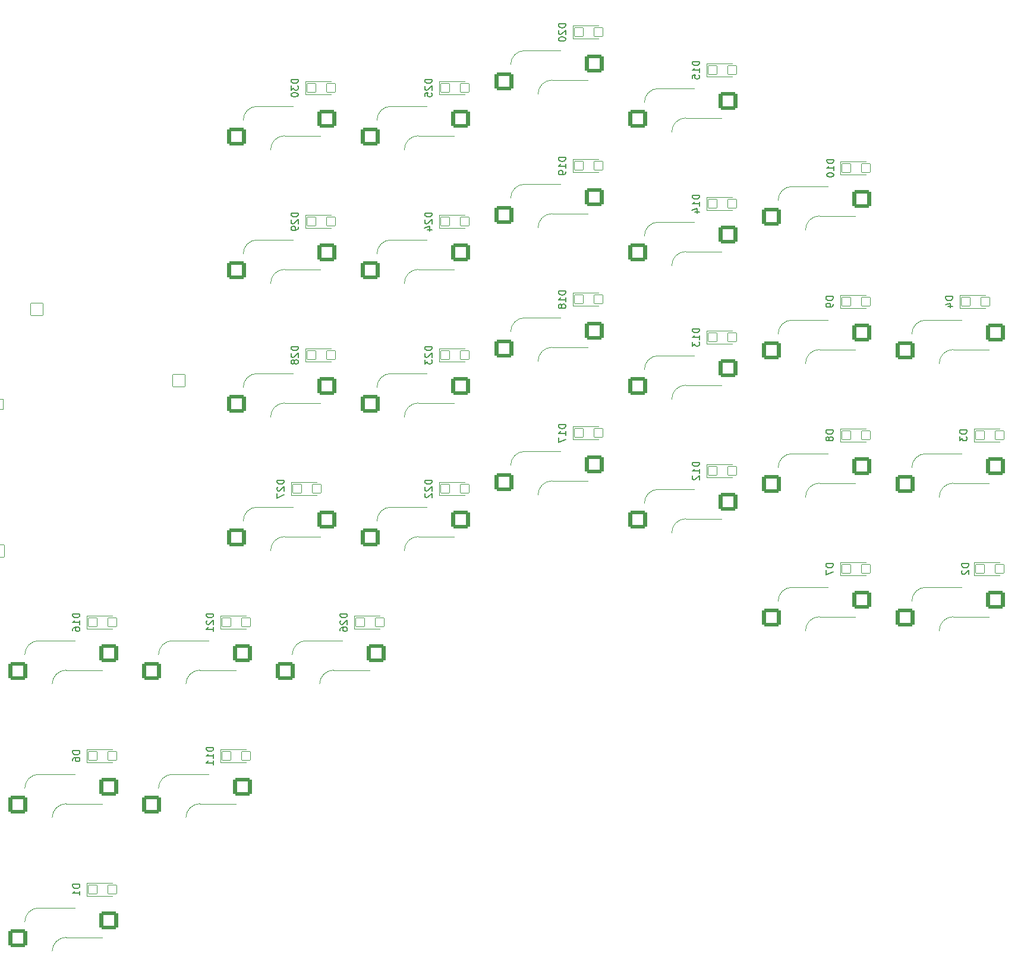
<source format=gbo>
G04 #@! TF.GenerationSoftware,KiCad,Pcbnew,8.0.6-8.0.6-0~ubuntu24.04.1*
G04 #@! TF.CreationDate,2025-02-09T13:24:36-05:00*
G04 #@! TF.ProjectId,keybird_right,6b657962-6972-4645-9f72-696768742e6b,rev?*
G04 #@! TF.SameCoordinates,Original*
G04 #@! TF.FileFunction,Legend,Bot*
G04 #@! TF.FilePolarity,Positive*
%FSLAX46Y46*%
G04 Gerber Fmt 4.6, Leading zero omitted, Abs format (unit mm)*
G04 Created by KiCad (PCBNEW 8.0.6-8.0.6-0~ubuntu24.04.1) date 2025-02-09 13:24:36*
%MOMM*%
%LPD*%
G01*
G04 APERTURE LIST*
G04 Aperture macros list*
%AMRoundRect*
0 Rectangle with rounded corners*
0 $1 Rounding radius*
0 $2 $3 $4 $5 $6 $7 $8 $9 X,Y pos of 4 corners*
0 Add a 4 corners polygon primitive as box body*
4,1,4,$2,$3,$4,$5,$6,$7,$8,$9,$2,$3,0*
0 Add four circle primitives for the rounded corners*
1,1,$1+$1,$2,$3*
1,1,$1+$1,$4,$5*
1,1,$1+$1,$6,$7*
1,1,$1+$1,$8,$9*
0 Add four rect primitives between the rounded corners*
20,1,$1+$1,$2,$3,$4,$5,0*
20,1,$1+$1,$4,$5,$6,$7,0*
20,1,$1+$1,$6,$7,$8,$9,0*
20,1,$1+$1,$8,$9,$2,$3,0*%
G04 Aperture macros list end*
%ADD10C,0.150000*%
%ADD11C,0.120000*%
%ADD12RoundRect,0.038000X-0.850000X-0.850000X0.850000X-0.850000X0.850000X0.850000X-0.850000X0.850000X0*%
%ADD13O,1.776000X1.776000*%
%ADD14C,1.826000*%
%ADD15C,3.126000*%
%ADD16C,4.076000*%
%ADD17RoundRect,0.257600X-1.055400X-1.030400X1.055400X-1.030400X1.055400X1.030400X-1.055400X1.030400X0*%
%ADD18RoundRect,0.038000X-0.600000X-0.600000X0.600000X-0.600000X0.600000X0.600000X-0.600000X0.600000X0*%
%ADD19C,2.576000*%
%ADD20RoundRect,0.038000X0.750000X-0.750000X0.750000X0.750000X-0.750000X0.750000X-0.750000X-0.750000X0*%
%ADD21C,1.676000*%
%ADD22RoundRect,0.038000X0.850000X0.850000X-0.850000X0.850000X-0.850000X-0.850000X0.850000X-0.850000X0*%
G04 APERTURE END LIST*
D10*
X222447972Y-111649073D02*
X221447972Y-111649073D01*
X221447972Y-111649073D02*
X221447972Y-111887168D01*
X221447972Y-111887168D02*
X221495591Y-112030025D01*
X221495591Y-112030025D02*
X221590829Y-112125263D01*
X221590829Y-112125263D02*
X221686067Y-112172882D01*
X221686067Y-112172882D02*
X221876543Y-112220501D01*
X221876543Y-112220501D02*
X222019400Y-112220501D01*
X222019400Y-112220501D02*
X222209876Y-112172882D01*
X222209876Y-112172882D02*
X222305114Y-112125263D01*
X222305114Y-112125263D02*
X222400353Y-112030025D01*
X222400353Y-112030025D02*
X222447972Y-111887168D01*
X222447972Y-111887168D02*
X222447972Y-111649073D01*
X221447972Y-112553835D02*
X221447972Y-113220501D01*
X221447972Y-113220501D02*
X222447972Y-112791930D01*
X184347972Y-53705382D02*
X183347972Y-53705382D01*
X183347972Y-53705382D02*
X183347972Y-53943477D01*
X183347972Y-53943477D02*
X183395591Y-54086334D01*
X183395591Y-54086334D02*
X183490829Y-54181572D01*
X183490829Y-54181572D02*
X183586067Y-54229191D01*
X183586067Y-54229191D02*
X183776543Y-54276810D01*
X183776543Y-54276810D02*
X183919400Y-54276810D01*
X183919400Y-54276810D02*
X184109876Y-54229191D01*
X184109876Y-54229191D02*
X184205114Y-54181572D01*
X184205114Y-54181572D02*
X184300353Y-54086334D01*
X184300353Y-54086334D02*
X184347972Y-53943477D01*
X184347972Y-53943477D02*
X184347972Y-53705382D01*
X184347972Y-55229191D02*
X184347972Y-54657763D01*
X184347972Y-54943477D02*
X183347972Y-54943477D01*
X183347972Y-54943477D02*
X183490829Y-54848239D01*
X183490829Y-54848239D02*
X183586067Y-54753001D01*
X183586067Y-54753001D02*
X183633686Y-54657763D01*
X184347972Y-55705382D02*
X184347972Y-55895858D01*
X184347972Y-55895858D02*
X184300353Y-55991096D01*
X184300353Y-55991096D02*
X184252733Y-56038715D01*
X184252733Y-56038715D02*
X184109876Y-56133953D01*
X184109876Y-56133953D02*
X183919400Y-56181572D01*
X183919400Y-56181572D02*
X183538448Y-56181572D01*
X183538448Y-56181572D02*
X183443210Y-56133953D01*
X183443210Y-56133953D02*
X183395591Y-56086334D01*
X183395591Y-56086334D02*
X183347972Y-55991096D01*
X183347972Y-55991096D02*
X183347972Y-55800620D01*
X183347972Y-55800620D02*
X183395591Y-55705382D01*
X183395591Y-55705382D02*
X183443210Y-55657763D01*
X183443210Y-55657763D02*
X183538448Y-55610144D01*
X183538448Y-55610144D02*
X183776543Y-55610144D01*
X183776543Y-55610144D02*
X183871781Y-55657763D01*
X183871781Y-55657763D02*
X183919400Y-55705382D01*
X183919400Y-55705382D02*
X183967019Y-55800620D01*
X183967019Y-55800620D02*
X183967019Y-55991096D01*
X183967019Y-55991096D02*
X183919400Y-56086334D01*
X183919400Y-56086334D02*
X183871781Y-56133953D01*
X183871781Y-56133953D02*
X183776543Y-56181572D01*
X203397972Y-40052882D02*
X202397972Y-40052882D01*
X202397972Y-40052882D02*
X202397972Y-40290977D01*
X202397972Y-40290977D02*
X202445591Y-40433834D01*
X202445591Y-40433834D02*
X202540829Y-40529072D01*
X202540829Y-40529072D02*
X202636067Y-40576691D01*
X202636067Y-40576691D02*
X202826543Y-40624310D01*
X202826543Y-40624310D02*
X202969400Y-40624310D01*
X202969400Y-40624310D02*
X203159876Y-40576691D01*
X203159876Y-40576691D02*
X203255114Y-40529072D01*
X203255114Y-40529072D02*
X203350353Y-40433834D01*
X203350353Y-40433834D02*
X203397972Y-40290977D01*
X203397972Y-40290977D02*
X203397972Y-40052882D01*
X203397972Y-41576691D02*
X203397972Y-41005263D01*
X203397972Y-41290977D02*
X202397972Y-41290977D01*
X202397972Y-41290977D02*
X202540829Y-41195739D01*
X202540829Y-41195739D02*
X202636067Y-41100501D01*
X202636067Y-41100501D02*
X202683686Y-41005263D01*
X202397972Y-42481453D02*
X202397972Y-42005263D01*
X202397972Y-42005263D02*
X202874162Y-41957644D01*
X202874162Y-41957644D02*
X202826543Y-42005263D01*
X202826543Y-42005263D02*
X202778924Y-42100501D01*
X202778924Y-42100501D02*
X202778924Y-42338596D01*
X202778924Y-42338596D02*
X202826543Y-42433834D01*
X202826543Y-42433834D02*
X202874162Y-42481453D01*
X202874162Y-42481453D02*
X202969400Y-42529072D01*
X202969400Y-42529072D02*
X203207495Y-42529072D01*
X203207495Y-42529072D02*
X203302733Y-42481453D01*
X203302733Y-42481453D02*
X203350353Y-42433834D01*
X203350353Y-42433834D02*
X203397972Y-42338596D01*
X203397972Y-42338596D02*
X203397972Y-42100501D01*
X203397972Y-42100501D02*
X203350353Y-42005263D01*
X203350353Y-42005263D02*
X203302733Y-41957644D01*
X184347972Y-91805382D02*
X183347972Y-91805382D01*
X183347972Y-91805382D02*
X183347972Y-92043477D01*
X183347972Y-92043477D02*
X183395591Y-92186334D01*
X183395591Y-92186334D02*
X183490829Y-92281572D01*
X183490829Y-92281572D02*
X183586067Y-92329191D01*
X183586067Y-92329191D02*
X183776543Y-92376810D01*
X183776543Y-92376810D02*
X183919400Y-92376810D01*
X183919400Y-92376810D02*
X184109876Y-92329191D01*
X184109876Y-92329191D02*
X184205114Y-92281572D01*
X184205114Y-92281572D02*
X184300353Y-92186334D01*
X184300353Y-92186334D02*
X184347972Y-92043477D01*
X184347972Y-92043477D02*
X184347972Y-91805382D01*
X184347972Y-93329191D02*
X184347972Y-92757763D01*
X184347972Y-93043477D02*
X183347972Y-93043477D01*
X183347972Y-93043477D02*
X183490829Y-92948239D01*
X183490829Y-92948239D02*
X183586067Y-92853001D01*
X183586067Y-92853001D02*
X183633686Y-92757763D01*
X183347972Y-93662525D02*
X183347972Y-94329191D01*
X183347972Y-94329191D02*
X184347972Y-93900620D01*
X165297972Y-61642882D02*
X164297972Y-61642882D01*
X164297972Y-61642882D02*
X164297972Y-61880977D01*
X164297972Y-61880977D02*
X164345591Y-62023834D01*
X164345591Y-62023834D02*
X164440829Y-62119072D01*
X164440829Y-62119072D02*
X164536067Y-62166691D01*
X164536067Y-62166691D02*
X164726543Y-62214310D01*
X164726543Y-62214310D02*
X164869400Y-62214310D01*
X164869400Y-62214310D02*
X165059876Y-62166691D01*
X165059876Y-62166691D02*
X165155114Y-62119072D01*
X165155114Y-62119072D02*
X165250353Y-62023834D01*
X165250353Y-62023834D02*
X165297972Y-61880977D01*
X165297972Y-61880977D02*
X165297972Y-61642882D01*
X164393210Y-62595263D02*
X164345591Y-62642882D01*
X164345591Y-62642882D02*
X164297972Y-62738120D01*
X164297972Y-62738120D02*
X164297972Y-62976215D01*
X164297972Y-62976215D02*
X164345591Y-63071453D01*
X164345591Y-63071453D02*
X164393210Y-63119072D01*
X164393210Y-63119072D02*
X164488448Y-63166691D01*
X164488448Y-63166691D02*
X164583686Y-63166691D01*
X164583686Y-63166691D02*
X164726543Y-63119072D01*
X164726543Y-63119072D02*
X165297972Y-62547644D01*
X165297972Y-62547644D02*
X165297972Y-63166691D01*
X164631305Y-64023834D02*
X165297972Y-64023834D01*
X164250353Y-63785739D02*
X164964638Y-63547644D01*
X164964638Y-63547644D02*
X164964638Y-64166691D01*
X165297922Y-42592882D02*
X164297922Y-42592882D01*
X164297922Y-42592882D02*
X164297922Y-42830977D01*
X164297922Y-42830977D02*
X164345541Y-42973834D01*
X164345541Y-42973834D02*
X164440779Y-43069072D01*
X164440779Y-43069072D02*
X164536017Y-43116691D01*
X164536017Y-43116691D02*
X164726493Y-43164310D01*
X164726493Y-43164310D02*
X164869350Y-43164310D01*
X164869350Y-43164310D02*
X165059826Y-43116691D01*
X165059826Y-43116691D02*
X165155064Y-43069072D01*
X165155064Y-43069072D02*
X165250303Y-42973834D01*
X165250303Y-42973834D02*
X165297922Y-42830977D01*
X165297922Y-42830977D02*
X165297922Y-42592882D01*
X164393160Y-43545263D02*
X164345541Y-43592882D01*
X164345541Y-43592882D02*
X164297922Y-43688120D01*
X164297922Y-43688120D02*
X164297922Y-43926215D01*
X164297922Y-43926215D02*
X164345541Y-44021453D01*
X164345541Y-44021453D02*
X164393160Y-44069072D01*
X164393160Y-44069072D02*
X164488398Y-44116691D01*
X164488398Y-44116691D02*
X164583636Y-44116691D01*
X164583636Y-44116691D02*
X164726493Y-44069072D01*
X164726493Y-44069072D02*
X165297922Y-43497644D01*
X165297922Y-43497644D02*
X165297922Y-44116691D01*
X164297922Y-45021453D02*
X164297922Y-44545263D01*
X164297922Y-44545263D02*
X164774112Y-44497644D01*
X164774112Y-44497644D02*
X164726493Y-44545263D01*
X164726493Y-44545263D02*
X164678874Y-44640501D01*
X164678874Y-44640501D02*
X164678874Y-44878596D01*
X164678874Y-44878596D02*
X164726493Y-44973834D01*
X164726493Y-44973834D02*
X164774112Y-45021453D01*
X164774112Y-45021453D02*
X164869350Y-45069072D01*
X164869350Y-45069072D02*
X165107445Y-45069072D01*
X165107445Y-45069072D02*
X165202683Y-45021453D01*
X165202683Y-45021453D02*
X165250303Y-44973834D01*
X165250303Y-44973834D02*
X165297922Y-44878596D01*
X165297922Y-44878596D02*
X165297922Y-44640501D01*
X165297922Y-44640501D02*
X165250303Y-44545263D01*
X165250303Y-44545263D02*
X165202683Y-44497644D01*
X222447972Y-73549073D02*
X221447972Y-73549073D01*
X221447972Y-73549073D02*
X221447972Y-73787168D01*
X221447972Y-73787168D02*
X221495591Y-73930025D01*
X221495591Y-73930025D02*
X221590829Y-74025263D01*
X221590829Y-74025263D02*
X221686067Y-74072882D01*
X221686067Y-74072882D02*
X221876543Y-74120501D01*
X221876543Y-74120501D02*
X222019400Y-74120501D01*
X222019400Y-74120501D02*
X222209876Y-74072882D01*
X222209876Y-74072882D02*
X222305114Y-74025263D01*
X222305114Y-74025263D02*
X222400353Y-73930025D01*
X222400353Y-73930025D02*
X222447972Y-73787168D01*
X222447972Y-73787168D02*
X222447972Y-73549073D01*
X222447972Y-74596692D02*
X222447972Y-74787168D01*
X222447972Y-74787168D02*
X222400353Y-74882406D01*
X222400353Y-74882406D02*
X222352733Y-74930025D01*
X222352733Y-74930025D02*
X222209876Y-75025263D01*
X222209876Y-75025263D02*
X222019400Y-75072882D01*
X222019400Y-75072882D02*
X221638448Y-75072882D01*
X221638448Y-75072882D02*
X221543210Y-75025263D01*
X221543210Y-75025263D02*
X221495591Y-74977644D01*
X221495591Y-74977644D02*
X221447972Y-74882406D01*
X221447972Y-74882406D02*
X221447972Y-74691930D01*
X221447972Y-74691930D02*
X221495591Y-74596692D01*
X221495591Y-74596692D02*
X221543210Y-74549073D01*
X221543210Y-74549073D02*
X221638448Y-74501454D01*
X221638448Y-74501454D02*
X221876543Y-74501454D01*
X221876543Y-74501454D02*
X221971781Y-74549073D01*
X221971781Y-74549073D02*
X222019400Y-74596692D01*
X222019400Y-74596692D02*
X222067019Y-74691930D01*
X222067019Y-74691930D02*
X222067019Y-74882406D01*
X222067019Y-74882406D02*
X222019400Y-74977644D01*
X222019400Y-74977644D02*
X221971781Y-75025263D01*
X221971781Y-75025263D02*
X221876543Y-75072882D01*
X222554762Y-54013218D02*
X221554762Y-54013218D01*
X221554762Y-54013218D02*
X221554762Y-54251313D01*
X221554762Y-54251313D02*
X221602381Y-54394170D01*
X221602381Y-54394170D02*
X221697619Y-54489408D01*
X221697619Y-54489408D02*
X221792857Y-54537027D01*
X221792857Y-54537027D02*
X221983333Y-54584646D01*
X221983333Y-54584646D02*
X222126190Y-54584646D01*
X222126190Y-54584646D02*
X222316666Y-54537027D01*
X222316666Y-54537027D02*
X222411904Y-54489408D01*
X222411904Y-54489408D02*
X222507143Y-54394170D01*
X222507143Y-54394170D02*
X222554762Y-54251313D01*
X222554762Y-54251313D02*
X222554762Y-54013218D01*
X222554762Y-55537027D02*
X222554762Y-54965599D01*
X222554762Y-55251313D02*
X221554762Y-55251313D01*
X221554762Y-55251313D02*
X221697619Y-55156075D01*
X221697619Y-55156075D02*
X221792857Y-55060837D01*
X221792857Y-55060837D02*
X221840476Y-54965599D01*
X221554762Y-56156075D02*
X221554762Y-56251313D01*
X221554762Y-56251313D02*
X221602381Y-56346551D01*
X221602381Y-56346551D02*
X221650000Y-56394170D01*
X221650000Y-56394170D02*
X221745238Y-56441789D01*
X221745238Y-56441789D02*
X221935714Y-56489408D01*
X221935714Y-56489408D02*
X222173809Y-56489408D01*
X222173809Y-56489408D02*
X222364285Y-56441789D01*
X222364285Y-56441789D02*
X222459523Y-56394170D01*
X222459523Y-56394170D02*
X222507143Y-56346551D01*
X222507143Y-56346551D02*
X222554762Y-56251313D01*
X222554762Y-56251313D02*
X222554762Y-56156075D01*
X222554762Y-56156075D02*
X222507143Y-56060837D01*
X222507143Y-56060837D02*
X222459523Y-56013218D01*
X222459523Y-56013218D02*
X222364285Y-55965599D01*
X222364285Y-55965599D02*
X222173809Y-55917980D01*
X222173809Y-55917980D02*
X221935714Y-55917980D01*
X221935714Y-55917980D02*
X221745238Y-55965599D01*
X221745238Y-55965599D02*
X221650000Y-56013218D01*
X221650000Y-56013218D02*
X221602381Y-56060837D01*
X221602381Y-56060837D02*
X221554762Y-56156075D01*
X203397972Y-97202882D02*
X202397972Y-97202882D01*
X202397972Y-97202882D02*
X202397972Y-97440977D01*
X202397972Y-97440977D02*
X202445591Y-97583834D01*
X202445591Y-97583834D02*
X202540829Y-97679072D01*
X202540829Y-97679072D02*
X202636067Y-97726691D01*
X202636067Y-97726691D02*
X202826543Y-97774310D01*
X202826543Y-97774310D02*
X202969400Y-97774310D01*
X202969400Y-97774310D02*
X203159876Y-97726691D01*
X203159876Y-97726691D02*
X203255114Y-97679072D01*
X203255114Y-97679072D02*
X203350353Y-97583834D01*
X203350353Y-97583834D02*
X203397972Y-97440977D01*
X203397972Y-97440977D02*
X203397972Y-97202882D01*
X203397972Y-98726691D02*
X203397972Y-98155263D01*
X203397972Y-98440977D02*
X202397972Y-98440977D01*
X202397972Y-98440977D02*
X202540829Y-98345739D01*
X202540829Y-98345739D02*
X202636067Y-98250501D01*
X202636067Y-98250501D02*
X202683686Y-98155263D01*
X202493210Y-99107644D02*
X202445591Y-99155263D01*
X202445591Y-99155263D02*
X202397972Y-99250501D01*
X202397972Y-99250501D02*
X202397972Y-99488596D01*
X202397972Y-99488596D02*
X202445591Y-99583834D01*
X202445591Y-99583834D02*
X202493210Y-99631453D01*
X202493210Y-99631453D02*
X202588448Y-99679072D01*
X202588448Y-99679072D02*
X202683686Y-99679072D01*
X202683686Y-99679072D02*
X202826543Y-99631453D01*
X202826543Y-99631453D02*
X203397972Y-99060025D01*
X203397972Y-99060025D02*
X203397972Y-99679072D01*
X241497972Y-92599073D02*
X240497972Y-92599073D01*
X240497972Y-92599073D02*
X240497972Y-92837168D01*
X240497972Y-92837168D02*
X240545591Y-92980025D01*
X240545591Y-92980025D02*
X240640829Y-93075263D01*
X240640829Y-93075263D02*
X240736067Y-93122882D01*
X240736067Y-93122882D02*
X240926543Y-93170501D01*
X240926543Y-93170501D02*
X241069400Y-93170501D01*
X241069400Y-93170501D02*
X241259876Y-93122882D01*
X241259876Y-93122882D02*
X241355114Y-93075263D01*
X241355114Y-93075263D02*
X241450353Y-92980025D01*
X241450353Y-92980025D02*
X241497972Y-92837168D01*
X241497972Y-92837168D02*
X241497972Y-92599073D01*
X240497972Y-93503835D02*
X240497972Y-94122882D01*
X240497972Y-94122882D02*
X240878924Y-93789549D01*
X240878924Y-93789549D02*
X240878924Y-93932406D01*
X240878924Y-93932406D02*
X240926543Y-94027644D01*
X240926543Y-94027644D02*
X240974162Y-94075263D01*
X240974162Y-94075263D02*
X241069400Y-94122882D01*
X241069400Y-94122882D02*
X241307495Y-94122882D01*
X241307495Y-94122882D02*
X241402733Y-94075263D01*
X241402733Y-94075263D02*
X241450353Y-94027644D01*
X241450353Y-94027644D02*
X241497972Y-93932406D01*
X241497972Y-93932406D02*
X241497972Y-93646692D01*
X241497972Y-93646692D02*
X241450353Y-93551454D01*
X241450353Y-93551454D02*
X241402733Y-93503835D01*
X115132972Y-118792882D02*
X114132972Y-118792882D01*
X114132972Y-118792882D02*
X114132972Y-119030977D01*
X114132972Y-119030977D02*
X114180591Y-119173834D01*
X114180591Y-119173834D02*
X114275829Y-119269072D01*
X114275829Y-119269072D02*
X114371067Y-119316691D01*
X114371067Y-119316691D02*
X114561543Y-119364310D01*
X114561543Y-119364310D02*
X114704400Y-119364310D01*
X114704400Y-119364310D02*
X114894876Y-119316691D01*
X114894876Y-119316691D02*
X114990114Y-119269072D01*
X114990114Y-119269072D02*
X115085353Y-119173834D01*
X115085353Y-119173834D02*
X115132972Y-119030977D01*
X115132972Y-119030977D02*
X115132972Y-118792882D01*
X115132972Y-120316691D02*
X115132972Y-119745263D01*
X115132972Y-120030977D02*
X114132972Y-120030977D01*
X114132972Y-120030977D02*
X114275829Y-119935739D01*
X114275829Y-119935739D02*
X114371067Y-119840501D01*
X114371067Y-119840501D02*
X114418686Y-119745263D01*
X114132972Y-121173834D02*
X114132972Y-120983358D01*
X114132972Y-120983358D02*
X114180591Y-120888120D01*
X114180591Y-120888120D02*
X114228210Y-120840501D01*
X114228210Y-120840501D02*
X114371067Y-120745263D01*
X114371067Y-120745263D02*
X114561543Y-120697644D01*
X114561543Y-120697644D02*
X114942495Y-120697644D01*
X114942495Y-120697644D02*
X115037733Y-120745263D01*
X115037733Y-120745263D02*
X115085353Y-120792882D01*
X115085353Y-120792882D02*
X115132972Y-120888120D01*
X115132972Y-120888120D02*
X115132972Y-121078596D01*
X115132972Y-121078596D02*
X115085353Y-121173834D01*
X115085353Y-121173834D02*
X115037733Y-121221453D01*
X115037733Y-121221453D02*
X114942495Y-121269072D01*
X114942495Y-121269072D02*
X114704400Y-121269072D01*
X114704400Y-121269072D02*
X114609162Y-121221453D01*
X114609162Y-121221453D02*
X114561543Y-121173834D01*
X114561543Y-121173834D02*
X114513924Y-121078596D01*
X114513924Y-121078596D02*
X114513924Y-120888120D01*
X114513924Y-120888120D02*
X114561543Y-120792882D01*
X114561543Y-120792882D02*
X114609162Y-120745263D01*
X114609162Y-120745263D02*
X114704400Y-120697644D01*
X144247972Y-99742882D02*
X143247972Y-99742882D01*
X143247972Y-99742882D02*
X143247972Y-99980977D01*
X143247972Y-99980977D02*
X143295591Y-100123834D01*
X143295591Y-100123834D02*
X143390829Y-100219072D01*
X143390829Y-100219072D02*
X143486067Y-100266691D01*
X143486067Y-100266691D02*
X143676543Y-100314310D01*
X143676543Y-100314310D02*
X143819400Y-100314310D01*
X143819400Y-100314310D02*
X144009876Y-100266691D01*
X144009876Y-100266691D02*
X144105114Y-100219072D01*
X144105114Y-100219072D02*
X144200353Y-100123834D01*
X144200353Y-100123834D02*
X144247972Y-99980977D01*
X144247972Y-99980977D02*
X144247972Y-99742882D01*
X143343210Y-100695263D02*
X143295591Y-100742882D01*
X143295591Y-100742882D02*
X143247972Y-100838120D01*
X143247972Y-100838120D02*
X143247972Y-101076215D01*
X143247972Y-101076215D02*
X143295591Y-101171453D01*
X143295591Y-101171453D02*
X143343210Y-101219072D01*
X143343210Y-101219072D02*
X143438448Y-101266691D01*
X143438448Y-101266691D02*
X143533686Y-101266691D01*
X143533686Y-101266691D02*
X143676543Y-101219072D01*
X143676543Y-101219072D02*
X144247972Y-100647644D01*
X144247972Y-100647644D02*
X144247972Y-101266691D01*
X143247972Y-101600025D02*
X143247972Y-102266691D01*
X143247972Y-102266691D02*
X144247972Y-101838120D01*
X203397972Y-78152882D02*
X202397972Y-78152882D01*
X202397972Y-78152882D02*
X202397972Y-78390977D01*
X202397972Y-78390977D02*
X202445591Y-78533834D01*
X202445591Y-78533834D02*
X202540829Y-78629072D01*
X202540829Y-78629072D02*
X202636067Y-78676691D01*
X202636067Y-78676691D02*
X202826543Y-78724310D01*
X202826543Y-78724310D02*
X202969400Y-78724310D01*
X202969400Y-78724310D02*
X203159876Y-78676691D01*
X203159876Y-78676691D02*
X203255114Y-78629072D01*
X203255114Y-78629072D02*
X203350353Y-78533834D01*
X203350353Y-78533834D02*
X203397972Y-78390977D01*
X203397972Y-78390977D02*
X203397972Y-78152882D01*
X203397972Y-79676691D02*
X203397972Y-79105263D01*
X203397972Y-79390977D02*
X202397972Y-79390977D01*
X202397972Y-79390977D02*
X202540829Y-79295739D01*
X202540829Y-79295739D02*
X202636067Y-79200501D01*
X202636067Y-79200501D02*
X202683686Y-79105263D01*
X202397972Y-80010025D02*
X202397972Y-80629072D01*
X202397972Y-80629072D02*
X202778924Y-80295739D01*
X202778924Y-80295739D02*
X202778924Y-80438596D01*
X202778924Y-80438596D02*
X202826543Y-80533834D01*
X202826543Y-80533834D02*
X202874162Y-80581453D01*
X202874162Y-80581453D02*
X202969400Y-80629072D01*
X202969400Y-80629072D02*
X203207495Y-80629072D01*
X203207495Y-80629072D02*
X203302733Y-80581453D01*
X203302733Y-80581453D02*
X203350353Y-80533834D01*
X203350353Y-80533834D02*
X203397972Y-80438596D01*
X203397972Y-80438596D02*
X203397972Y-80152882D01*
X203397972Y-80152882D02*
X203350353Y-80057644D01*
X203350353Y-80057644D02*
X203302733Y-80010025D01*
X146247972Y-61642882D02*
X145247972Y-61642882D01*
X145247972Y-61642882D02*
X145247972Y-61880977D01*
X145247972Y-61880977D02*
X145295591Y-62023834D01*
X145295591Y-62023834D02*
X145390829Y-62119072D01*
X145390829Y-62119072D02*
X145486067Y-62166691D01*
X145486067Y-62166691D02*
X145676543Y-62214310D01*
X145676543Y-62214310D02*
X145819400Y-62214310D01*
X145819400Y-62214310D02*
X146009876Y-62166691D01*
X146009876Y-62166691D02*
X146105114Y-62119072D01*
X146105114Y-62119072D02*
X146200353Y-62023834D01*
X146200353Y-62023834D02*
X146247972Y-61880977D01*
X146247972Y-61880977D02*
X146247972Y-61642882D01*
X145343210Y-62595263D02*
X145295591Y-62642882D01*
X145295591Y-62642882D02*
X145247972Y-62738120D01*
X145247972Y-62738120D02*
X145247972Y-62976215D01*
X145247972Y-62976215D02*
X145295591Y-63071453D01*
X145295591Y-63071453D02*
X145343210Y-63119072D01*
X145343210Y-63119072D02*
X145438448Y-63166691D01*
X145438448Y-63166691D02*
X145533686Y-63166691D01*
X145533686Y-63166691D02*
X145676543Y-63119072D01*
X145676543Y-63119072D02*
X146247972Y-62547644D01*
X146247972Y-62547644D02*
X146247972Y-63166691D01*
X146247972Y-63642882D02*
X146247972Y-63833358D01*
X146247972Y-63833358D02*
X146200353Y-63928596D01*
X146200353Y-63928596D02*
X146152733Y-63976215D01*
X146152733Y-63976215D02*
X146009876Y-64071453D01*
X146009876Y-64071453D02*
X145819400Y-64119072D01*
X145819400Y-64119072D02*
X145438448Y-64119072D01*
X145438448Y-64119072D02*
X145343210Y-64071453D01*
X145343210Y-64071453D02*
X145295591Y-64023834D01*
X145295591Y-64023834D02*
X145247972Y-63928596D01*
X145247972Y-63928596D02*
X145247972Y-63738120D01*
X145247972Y-63738120D02*
X145295591Y-63642882D01*
X145295591Y-63642882D02*
X145343210Y-63595263D01*
X145343210Y-63595263D02*
X145438448Y-63547644D01*
X145438448Y-63547644D02*
X145676543Y-63547644D01*
X145676543Y-63547644D02*
X145771781Y-63595263D01*
X145771781Y-63595263D02*
X145819400Y-63642882D01*
X145819400Y-63642882D02*
X145867019Y-63738120D01*
X145867019Y-63738120D02*
X145867019Y-63928596D01*
X145867019Y-63928596D02*
X145819400Y-64023834D01*
X145819400Y-64023834D02*
X145771781Y-64071453D01*
X145771781Y-64071453D02*
X145676543Y-64119072D01*
X184347972Y-34655382D02*
X183347972Y-34655382D01*
X183347972Y-34655382D02*
X183347972Y-34893477D01*
X183347972Y-34893477D02*
X183395591Y-35036334D01*
X183395591Y-35036334D02*
X183490829Y-35131572D01*
X183490829Y-35131572D02*
X183586067Y-35179191D01*
X183586067Y-35179191D02*
X183776543Y-35226810D01*
X183776543Y-35226810D02*
X183919400Y-35226810D01*
X183919400Y-35226810D02*
X184109876Y-35179191D01*
X184109876Y-35179191D02*
X184205114Y-35131572D01*
X184205114Y-35131572D02*
X184300353Y-35036334D01*
X184300353Y-35036334D02*
X184347972Y-34893477D01*
X184347972Y-34893477D02*
X184347972Y-34655382D01*
X183443210Y-35607763D02*
X183395591Y-35655382D01*
X183395591Y-35655382D02*
X183347972Y-35750620D01*
X183347972Y-35750620D02*
X183347972Y-35988715D01*
X183347972Y-35988715D02*
X183395591Y-36083953D01*
X183395591Y-36083953D02*
X183443210Y-36131572D01*
X183443210Y-36131572D02*
X183538448Y-36179191D01*
X183538448Y-36179191D02*
X183633686Y-36179191D01*
X183633686Y-36179191D02*
X183776543Y-36131572D01*
X183776543Y-36131572D02*
X184347972Y-35560144D01*
X184347972Y-35560144D02*
X184347972Y-36179191D01*
X183347972Y-36798239D02*
X183347972Y-36893477D01*
X183347972Y-36893477D02*
X183395591Y-36988715D01*
X183395591Y-36988715D02*
X183443210Y-37036334D01*
X183443210Y-37036334D02*
X183538448Y-37083953D01*
X183538448Y-37083953D02*
X183728924Y-37131572D01*
X183728924Y-37131572D02*
X183967019Y-37131572D01*
X183967019Y-37131572D02*
X184157495Y-37083953D01*
X184157495Y-37083953D02*
X184252733Y-37036334D01*
X184252733Y-37036334D02*
X184300353Y-36988715D01*
X184300353Y-36988715D02*
X184347972Y-36893477D01*
X184347972Y-36893477D02*
X184347972Y-36798239D01*
X184347972Y-36798239D02*
X184300353Y-36703001D01*
X184300353Y-36703001D02*
X184252733Y-36655382D01*
X184252733Y-36655382D02*
X184157495Y-36607763D01*
X184157495Y-36607763D02*
X183967019Y-36560144D01*
X183967019Y-36560144D02*
X183728924Y-36560144D01*
X183728924Y-36560144D02*
X183538448Y-36607763D01*
X183538448Y-36607763D02*
X183443210Y-36655382D01*
X183443210Y-36655382D02*
X183395591Y-36703001D01*
X183395591Y-36703001D02*
X183347972Y-36798239D01*
X134182972Y-118792882D02*
X133182972Y-118792882D01*
X133182972Y-118792882D02*
X133182972Y-119030977D01*
X133182972Y-119030977D02*
X133230591Y-119173834D01*
X133230591Y-119173834D02*
X133325829Y-119269072D01*
X133325829Y-119269072D02*
X133421067Y-119316691D01*
X133421067Y-119316691D02*
X133611543Y-119364310D01*
X133611543Y-119364310D02*
X133754400Y-119364310D01*
X133754400Y-119364310D02*
X133944876Y-119316691D01*
X133944876Y-119316691D02*
X134040114Y-119269072D01*
X134040114Y-119269072D02*
X134135353Y-119173834D01*
X134135353Y-119173834D02*
X134182972Y-119030977D01*
X134182972Y-119030977D02*
X134182972Y-118792882D01*
X133278210Y-119745263D02*
X133230591Y-119792882D01*
X133230591Y-119792882D02*
X133182972Y-119888120D01*
X133182972Y-119888120D02*
X133182972Y-120126215D01*
X133182972Y-120126215D02*
X133230591Y-120221453D01*
X133230591Y-120221453D02*
X133278210Y-120269072D01*
X133278210Y-120269072D02*
X133373448Y-120316691D01*
X133373448Y-120316691D02*
X133468686Y-120316691D01*
X133468686Y-120316691D02*
X133611543Y-120269072D01*
X133611543Y-120269072D02*
X134182972Y-119697644D01*
X134182972Y-119697644D02*
X134182972Y-120316691D01*
X134182972Y-121269072D02*
X134182972Y-120697644D01*
X134182972Y-120983358D02*
X133182972Y-120983358D01*
X133182972Y-120983358D02*
X133325829Y-120888120D01*
X133325829Y-120888120D02*
X133421067Y-120792882D01*
X133421067Y-120792882D02*
X133468686Y-120697644D01*
X241770513Y-111651319D02*
X240770513Y-111651319D01*
X240770513Y-111651319D02*
X240770513Y-111889414D01*
X240770513Y-111889414D02*
X240818132Y-112032271D01*
X240818132Y-112032271D02*
X240913370Y-112127509D01*
X240913370Y-112127509D02*
X241008608Y-112175128D01*
X241008608Y-112175128D02*
X241199084Y-112222747D01*
X241199084Y-112222747D02*
X241341941Y-112222747D01*
X241341941Y-112222747D02*
X241532417Y-112175128D01*
X241532417Y-112175128D02*
X241627655Y-112127509D01*
X241627655Y-112127509D02*
X241722894Y-112032271D01*
X241722894Y-112032271D02*
X241770513Y-111889414D01*
X241770513Y-111889414D02*
X241770513Y-111651319D01*
X240865751Y-112603700D02*
X240818132Y-112651319D01*
X240818132Y-112651319D02*
X240770513Y-112746557D01*
X240770513Y-112746557D02*
X240770513Y-112984652D01*
X240770513Y-112984652D02*
X240818132Y-113079890D01*
X240818132Y-113079890D02*
X240865751Y-113127509D01*
X240865751Y-113127509D02*
X240960989Y-113175128D01*
X240960989Y-113175128D02*
X241056227Y-113175128D01*
X241056227Y-113175128D02*
X241199084Y-113127509D01*
X241199084Y-113127509D02*
X241770513Y-112556081D01*
X241770513Y-112556081D02*
X241770513Y-113175128D01*
X222447972Y-92599073D02*
X221447972Y-92599073D01*
X221447972Y-92599073D02*
X221447972Y-92837168D01*
X221447972Y-92837168D02*
X221495591Y-92980025D01*
X221495591Y-92980025D02*
X221590829Y-93075263D01*
X221590829Y-93075263D02*
X221686067Y-93122882D01*
X221686067Y-93122882D02*
X221876543Y-93170501D01*
X221876543Y-93170501D02*
X222019400Y-93170501D01*
X222019400Y-93170501D02*
X222209876Y-93122882D01*
X222209876Y-93122882D02*
X222305114Y-93075263D01*
X222305114Y-93075263D02*
X222400353Y-92980025D01*
X222400353Y-92980025D02*
X222447972Y-92837168D01*
X222447972Y-92837168D02*
X222447972Y-92599073D01*
X221876543Y-93741930D02*
X221828924Y-93646692D01*
X221828924Y-93646692D02*
X221781305Y-93599073D01*
X221781305Y-93599073D02*
X221686067Y-93551454D01*
X221686067Y-93551454D02*
X221638448Y-93551454D01*
X221638448Y-93551454D02*
X221543210Y-93599073D01*
X221543210Y-93599073D02*
X221495591Y-93646692D01*
X221495591Y-93646692D02*
X221447972Y-93741930D01*
X221447972Y-93741930D02*
X221447972Y-93932406D01*
X221447972Y-93932406D02*
X221495591Y-94027644D01*
X221495591Y-94027644D02*
X221543210Y-94075263D01*
X221543210Y-94075263D02*
X221638448Y-94122882D01*
X221638448Y-94122882D02*
X221686067Y-94122882D01*
X221686067Y-94122882D02*
X221781305Y-94075263D01*
X221781305Y-94075263D02*
X221828924Y-94027644D01*
X221828924Y-94027644D02*
X221876543Y-93932406D01*
X221876543Y-93932406D02*
X221876543Y-93741930D01*
X221876543Y-93741930D02*
X221924162Y-93646692D01*
X221924162Y-93646692D02*
X221971781Y-93599073D01*
X221971781Y-93599073D02*
X222067019Y-93551454D01*
X222067019Y-93551454D02*
X222257495Y-93551454D01*
X222257495Y-93551454D02*
X222352733Y-93599073D01*
X222352733Y-93599073D02*
X222400353Y-93646692D01*
X222400353Y-93646692D02*
X222447972Y-93741930D01*
X222447972Y-93741930D02*
X222447972Y-93932406D01*
X222447972Y-93932406D02*
X222400353Y-94027644D01*
X222400353Y-94027644D02*
X222352733Y-94075263D01*
X222352733Y-94075263D02*
X222257495Y-94122882D01*
X222257495Y-94122882D02*
X222067019Y-94122882D01*
X222067019Y-94122882D02*
X221971781Y-94075263D01*
X221971781Y-94075263D02*
X221924162Y-94027644D01*
X221924162Y-94027644D02*
X221876543Y-93932406D01*
X153232972Y-118792882D02*
X152232972Y-118792882D01*
X152232972Y-118792882D02*
X152232972Y-119030977D01*
X152232972Y-119030977D02*
X152280591Y-119173834D01*
X152280591Y-119173834D02*
X152375829Y-119269072D01*
X152375829Y-119269072D02*
X152471067Y-119316691D01*
X152471067Y-119316691D02*
X152661543Y-119364310D01*
X152661543Y-119364310D02*
X152804400Y-119364310D01*
X152804400Y-119364310D02*
X152994876Y-119316691D01*
X152994876Y-119316691D02*
X153090114Y-119269072D01*
X153090114Y-119269072D02*
X153185353Y-119173834D01*
X153185353Y-119173834D02*
X153232972Y-119030977D01*
X153232972Y-119030977D02*
X153232972Y-118792882D01*
X152328210Y-119745263D02*
X152280591Y-119792882D01*
X152280591Y-119792882D02*
X152232972Y-119888120D01*
X152232972Y-119888120D02*
X152232972Y-120126215D01*
X152232972Y-120126215D02*
X152280591Y-120221453D01*
X152280591Y-120221453D02*
X152328210Y-120269072D01*
X152328210Y-120269072D02*
X152423448Y-120316691D01*
X152423448Y-120316691D02*
X152518686Y-120316691D01*
X152518686Y-120316691D02*
X152661543Y-120269072D01*
X152661543Y-120269072D02*
X153232972Y-119697644D01*
X153232972Y-119697644D02*
X153232972Y-120316691D01*
X152232972Y-121173834D02*
X152232972Y-120983358D01*
X152232972Y-120983358D02*
X152280591Y-120888120D01*
X152280591Y-120888120D02*
X152328210Y-120840501D01*
X152328210Y-120840501D02*
X152471067Y-120745263D01*
X152471067Y-120745263D02*
X152661543Y-120697644D01*
X152661543Y-120697644D02*
X153042495Y-120697644D01*
X153042495Y-120697644D02*
X153137733Y-120745263D01*
X153137733Y-120745263D02*
X153185353Y-120792882D01*
X153185353Y-120792882D02*
X153232972Y-120888120D01*
X153232972Y-120888120D02*
X153232972Y-121078596D01*
X153232972Y-121078596D02*
X153185353Y-121173834D01*
X153185353Y-121173834D02*
X153137733Y-121221453D01*
X153137733Y-121221453D02*
X153042495Y-121269072D01*
X153042495Y-121269072D02*
X152804400Y-121269072D01*
X152804400Y-121269072D02*
X152709162Y-121221453D01*
X152709162Y-121221453D02*
X152661543Y-121173834D01*
X152661543Y-121173834D02*
X152613924Y-121078596D01*
X152613924Y-121078596D02*
X152613924Y-120888120D01*
X152613924Y-120888120D02*
X152661543Y-120792882D01*
X152661543Y-120792882D02*
X152709162Y-120745263D01*
X152709162Y-120745263D02*
X152804400Y-120697644D01*
X134182972Y-137842882D02*
X133182972Y-137842882D01*
X133182972Y-137842882D02*
X133182972Y-138080977D01*
X133182972Y-138080977D02*
X133230591Y-138223834D01*
X133230591Y-138223834D02*
X133325829Y-138319072D01*
X133325829Y-138319072D02*
X133421067Y-138366691D01*
X133421067Y-138366691D02*
X133611543Y-138414310D01*
X133611543Y-138414310D02*
X133754400Y-138414310D01*
X133754400Y-138414310D02*
X133944876Y-138366691D01*
X133944876Y-138366691D02*
X134040114Y-138319072D01*
X134040114Y-138319072D02*
X134135353Y-138223834D01*
X134135353Y-138223834D02*
X134182972Y-138080977D01*
X134182972Y-138080977D02*
X134182972Y-137842882D01*
X134182972Y-139366691D02*
X134182972Y-138795263D01*
X134182972Y-139080977D02*
X133182972Y-139080977D01*
X133182972Y-139080977D02*
X133325829Y-138985739D01*
X133325829Y-138985739D02*
X133421067Y-138890501D01*
X133421067Y-138890501D02*
X133468686Y-138795263D01*
X134182972Y-140319072D02*
X134182972Y-139747644D01*
X134182972Y-140033358D02*
X133182972Y-140033358D01*
X133182972Y-140033358D02*
X133325829Y-139938120D01*
X133325829Y-139938120D02*
X133421067Y-139842882D01*
X133421067Y-139842882D02*
X133468686Y-139747644D01*
X165297972Y-99742882D02*
X164297972Y-99742882D01*
X164297972Y-99742882D02*
X164297972Y-99980977D01*
X164297972Y-99980977D02*
X164345591Y-100123834D01*
X164345591Y-100123834D02*
X164440829Y-100219072D01*
X164440829Y-100219072D02*
X164536067Y-100266691D01*
X164536067Y-100266691D02*
X164726543Y-100314310D01*
X164726543Y-100314310D02*
X164869400Y-100314310D01*
X164869400Y-100314310D02*
X165059876Y-100266691D01*
X165059876Y-100266691D02*
X165155114Y-100219072D01*
X165155114Y-100219072D02*
X165250353Y-100123834D01*
X165250353Y-100123834D02*
X165297972Y-99980977D01*
X165297972Y-99980977D02*
X165297972Y-99742882D01*
X164393210Y-100695263D02*
X164345591Y-100742882D01*
X164345591Y-100742882D02*
X164297972Y-100838120D01*
X164297972Y-100838120D02*
X164297972Y-101076215D01*
X164297972Y-101076215D02*
X164345591Y-101171453D01*
X164345591Y-101171453D02*
X164393210Y-101219072D01*
X164393210Y-101219072D02*
X164488448Y-101266691D01*
X164488448Y-101266691D02*
X164583686Y-101266691D01*
X164583686Y-101266691D02*
X164726543Y-101219072D01*
X164726543Y-101219072D02*
X165297972Y-100647644D01*
X165297972Y-100647644D02*
X165297972Y-101266691D01*
X164393210Y-101647644D02*
X164345591Y-101695263D01*
X164345591Y-101695263D02*
X164297972Y-101790501D01*
X164297972Y-101790501D02*
X164297972Y-102028596D01*
X164297972Y-102028596D02*
X164345591Y-102123834D01*
X164345591Y-102123834D02*
X164393210Y-102171453D01*
X164393210Y-102171453D02*
X164488448Y-102219072D01*
X164488448Y-102219072D02*
X164583686Y-102219072D01*
X164583686Y-102219072D02*
X164726543Y-102171453D01*
X164726543Y-102171453D02*
X165297972Y-101600025D01*
X165297972Y-101600025D02*
X165297972Y-102219072D01*
X184347972Y-72755382D02*
X183347972Y-72755382D01*
X183347972Y-72755382D02*
X183347972Y-72993477D01*
X183347972Y-72993477D02*
X183395591Y-73136334D01*
X183395591Y-73136334D02*
X183490829Y-73231572D01*
X183490829Y-73231572D02*
X183586067Y-73279191D01*
X183586067Y-73279191D02*
X183776543Y-73326810D01*
X183776543Y-73326810D02*
X183919400Y-73326810D01*
X183919400Y-73326810D02*
X184109876Y-73279191D01*
X184109876Y-73279191D02*
X184205114Y-73231572D01*
X184205114Y-73231572D02*
X184300353Y-73136334D01*
X184300353Y-73136334D02*
X184347972Y-72993477D01*
X184347972Y-72993477D02*
X184347972Y-72755382D01*
X184347972Y-74279191D02*
X184347972Y-73707763D01*
X184347972Y-73993477D02*
X183347972Y-73993477D01*
X183347972Y-73993477D02*
X183490829Y-73898239D01*
X183490829Y-73898239D02*
X183586067Y-73803001D01*
X183586067Y-73803001D02*
X183633686Y-73707763D01*
X183776543Y-74850620D02*
X183728924Y-74755382D01*
X183728924Y-74755382D02*
X183681305Y-74707763D01*
X183681305Y-74707763D02*
X183586067Y-74660144D01*
X183586067Y-74660144D02*
X183538448Y-74660144D01*
X183538448Y-74660144D02*
X183443210Y-74707763D01*
X183443210Y-74707763D02*
X183395591Y-74755382D01*
X183395591Y-74755382D02*
X183347972Y-74850620D01*
X183347972Y-74850620D02*
X183347972Y-75041096D01*
X183347972Y-75041096D02*
X183395591Y-75136334D01*
X183395591Y-75136334D02*
X183443210Y-75183953D01*
X183443210Y-75183953D02*
X183538448Y-75231572D01*
X183538448Y-75231572D02*
X183586067Y-75231572D01*
X183586067Y-75231572D02*
X183681305Y-75183953D01*
X183681305Y-75183953D02*
X183728924Y-75136334D01*
X183728924Y-75136334D02*
X183776543Y-75041096D01*
X183776543Y-75041096D02*
X183776543Y-74850620D01*
X183776543Y-74850620D02*
X183824162Y-74755382D01*
X183824162Y-74755382D02*
X183871781Y-74707763D01*
X183871781Y-74707763D02*
X183967019Y-74660144D01*
X183967019Y-74660144D02*
X184157495Y-74660144D01*
X184157495Y-74660144D02*
X184252733Y-74707763D01*
X184252733Y-74707763D02*
X184300353Y-74755382D01*
X184300353Y-74755382D02*
X184347972Y-74850620D01*
X184347972Y-74850620D02*
X184347972Y-75041096D01*
X184347972Y-75041096D02*
X184300353Y-75136334D01*
X184300353Y-75136334D02*
X184252733Y-75183953D01*
X184252733Y-75183953D02*
X184157495Y-75231572D01*
X184157495Y-75231572D02*
X183967019Y-75231572D01*
X183967019Y-75231572D02*
X183871781Y-75183953D01*
X183871781Y-75183953D02*
X183824162Y-75136334D01*
X183824162Y-75136334D02*
X183776543Y-75041096D01*
X146247922Y-42592882D02*
X145247922Y-42592882D01*
X145247922Y-42592882D02*
X145247922Y-42830977D01*
X145247922Y-42830977D02*
X145295541Y-42973834D01*
X145295541Y-42973834D02*
X145390779Y-43069072D01*
X145390779Y-43069072D02*
X145486017Y-43116691D01*
X145486017Y-43116691D02*
X145676493Y-43164310D01*
X145676493Y-43164310D02*
X145819350Y-43164310D01*
X145819350Y-43164310D02*
X146009826Y-43116691D01*
X146009826Y-43116691D02*
X146105064Y-43069072D01*
X146105064Y-43069072D02*
X146200303Y-42973834D01*
X146200303Y-42973834D02*
X146247922Y-42830977D01*
X146247922Y-42830977D02*
X146247922Y-42592882D01*
X145247922Y-43497644D02*
X145247922Y-44116691D01*
X145247922Y-44116691D02*
X145628874Y-43783358D01*
X145628874Y-43783358D02*
X145628874Y-43926215D01*
X145628874Y-43926215D02*
X145676493Y-44021453D01*
X145676493Y-44021453D02*
X145724112Y-44069072D01*
X145724112Y-44069072D02*
X145819350Y-44116691D01*
X145819350Y-44116691D02*
X146057445Y-44116691D01*
X146057445Y-44116691D02*
X146152683Y-44069072D01*
X146152683Y-44069072D02*
X146200303Y-44021453D01*
X146200303Y-44021453D02*
X146247922Y-43926215D01*
X146247922Y-43926215D02*
X146247922Y-43640501D01*
X146247922Y-43640501D02*
X146200303Y-43545263D01*
X146200303Y-43545263D02*
X146152683Y-43497644D01*
X145247922Y-44735739D02*
X145247922Y-44830977D01*
X145247922Y-44830977D02*
X145295541Y-44926215D01*
X145295541Y-44926215D02*
X145343160Y-44973834D01*
X145343160Y-44973834D02*
X145438398Y-45021453D01*
X145438398Y-45021453D02*
X145628874Y-45069072D01*
X145628874Y-45069072D02*
X145866969Y-45069072D01*
X145866969Y-45069072D02*
X146057445Y-45021453D01*
X146057445Y-45021453D02*
X146152683Y-44973834D01*
X146152683Y-44973834D02*
X146200303Y-44926215D01*
X146200303Y-44926215D02*
X146247922Y-44830977D01*
X146247922Y-44830977D02*
X146247922Y-44735739D01*
X146247922Y-44735739D02*
X146200303Y-44640501D01*
X146200303Y-44640501D02*
X146152683Y-44592882D01*
X146152683Y-44592882D02*
X146057445Y-44545263D01*
X146057445Y-44545263D02*
X145866969Y-44497644D01*
X145866969Y-44497644D02*
X145628874Y-44497644D01*
X145628874Y-44497644D02*
X145438398Y-44545263D01*
X145438398Y-44545263D02*
X145343160Y-44592882D01*
X145343160Y-44592882D02*
X145295541Y-44640501D01*
X145295541Y-44640501D02*
X145247922Y-44735739D01*
X203397972Y-59102882D02*
X202397972Y-59102882D01*
X202397972Y-59102882D02*
X202397972Y-59340977D01*
X202397972Y-59340977D02*
X202445591Y-59483834D01*
X202445591Y-59483834D02*
X202540829Y-59579072D01*
X202540829Y-59579072D02*
X202636067Y-59626691D01*
X202636067Y-59626691D02*
X202826543Y-59674310D01*
X202826543Y-59674310D02*
X202969400Y-59674310D01*
X202969400Y-59674310D02*
X203159876Y-59626691D01*
X203159876Y-59626691D02*
X203255114Y-59579072D01*
X203255114Y-59579072D02*
X203350353Y-59483834D01*
X203350353Y-59483834D02*
X203397972Y-59340977D01*
X203397972Y-59340977D02*
X203397972Y-59102882D01*
X203397972Y-60626691D02*
X203397972Y-60055263D01*
X203397972Y-60340977D02*
X202397972Y-60340977D01*
X202397972Y-60340977D02*
X202540829Y-60245739D01*
X202540829Y-60245739D02*
X202636067Y-60150501D01*
X202636067Y-60150501D02*
X202683686Y-60055263D01*
X202731305Y-61483834D02*
X203397972Y-61483834D01*
X202350353Y-61245739D02*
X203064638Y-61007644D01*
X203064638Y-61007644D02*
X203064638Y-61626691D01*
X146247972Y-80692882D02*
X145247972Y-80692882D01*
X145247972Y-80692882D02*
X145247972Y-80930977D01*
X145247972Y-80930977D02*
X145295591Y-81073834D01*
X145295591Y-81073834D02*
X145390829Y-81169072D01*
X145390829Y-81169072D02*
X145486067Y-81216691D01*
X145486067Y-81216691D02*
X145676543Y-81264310D01*
X145676543Y-81264310D02*
X145819400Y-81264310D01*
X145819400Y-81264310D02*
X146009876Y-81216691D01*
X146009876Y-81216691D02*
X146105114Y-81169072D01*
X146105114Y-81169072D02*
X146200353Y-81073834D01*
X146200353Y-81073834D02*
X146247972Y-80930977D01*
X146247972Y-80930977D02*
X146247972Y-80692882D01*
X145343210Y-81645263D02*
X145295591Y-81692882D01*
X145295591Y-81692882D02*
X145247972Y-81788120D01*
X145247972Y-81788120D02*
X145247972Y-82026215D01*
X145247972Y-82026215D02*
X145295591Y-82121453D01*
X145295591Y-82121453D02*
X145343210Y-82169072D01*
X145343210Y-82169072D02*
X145438448Y-82216691D01*
X145438448Y-82216691D02*
X145533686Y-82216691D01*
X145533686Y-82216691D02*
X145676543Y-82169072D01*
X145676543Y-82169072D02*
X146247972Y-81597644D01*
X146247972Y-81597644D02*
X146247972Y-82216691D01*
X145676543Y-82788120D02*
X145628924Y-82692882D01*
X145628924Y-82692882D02*
X145581305Y-82645263D01*
X145581305Y-82645263D02*
X145486067Y-82597644D01*
X145486067Y-82597644D02*
X145438448Y-82597644D01*
X145438448Y-82597644D02*
X145343210Y-82645263D01*
X145343210Y-82645263D02*
X145295591Y-82692882D01*
X145295591Y-82692882D02*
X145247972Y-82788120D01*
X145247972Y-82788120D02*
X145247972Y-82978596D01*
X145247972Y-82978596D02*
X145295591Y-83073834D01*
X145295591Y-83073834D02*
X145343210Y-83121453D01*
X145343210Y-83121453D02*
X145438448Y-83169072D01*
X145438448Y-83169072D02*
X145486067Y-83169072D01*
X145486067Y-83169072D02*
X145581305Y-83121453D01*
X145581305Y-83121453D02*
X145628924Y-83073834D01*
X145628924Y-83073834D02*
X145676543Y-82978596D01*
X145676543Y-82978596D02*
X145676543Y-82788120D01*
X145676543Y-82788120D02*
X145724162Y-82692882D01*
X145724162Y-82692882D02*
X145771781Y-82645263D01*
X145771781Y-82645263D02*
X145867019Y-82597644D01*
X145867019Y-82597644D02*
X146057495Y-82597644D01*
X146057495Y-82597644D02*
X146152733Y-82645263D01*
X146152733Y-82645263D02*
X146200353Y-82692882D01*
X146200353Y-82692882D02*
X146247972Y-82788120D01*
X146247972Y-82788120D02*
X146247972Y-82978596D01*
X146247972Y-82978596D02*
X146200353Y-83073834D01*
X146200353Y-83073834D02*
X146152733Y-83121453D01*
X146152733Y-83121453D02*
X146057495Y-83169072D01*
X146057495Y-83169072D02*
X145867019Y-83169072D01*
X145867019Y-83169072D02*
X145771781Y-83121453D01*
X145771781Y-83121453D02*
X145724162Y-83073834D01*
X145724162Y-83073834D02*
X145676543Y-82978596D01*
X115132972Y-157369073D02*
X114132972Y-157369073D01*
X114132972Y-157369073D02*
X114132972Y-157607168D01*
X114132972Y-157607168D02*
X114180591Y-157750025D01*
X114180591Y-157750025D02*
X114275829Y-157845263D01*
X114275829Y-157845263D02*
X114371067Y-157892882D01*
X114371067Y-157892882D02*
X114561543Y-157940501D01*
X114561543Y-157940501D02*
X114704400Y-157940501D01*
X114704400Y-157940501D02*
X114894876Y-157892882D01*
X114894876Y-157892882D02*
X114990114Y-157845263D01*
X114990114Y-157845263D02*
X115085353Y-157750025D01*
X115085353Y-157750025D02*
X115132972Y-157607168D01*
X115132972Y-157607168D02*
X115132972Y-157369073D01*
X115132972Y-158892882D02*
X115132972Y-158321454D01*
X115132972Y-158607168D02*
X114132972Y-158607168D01*
X114132972Y-158607168D02*
X114275829Y-158511930D01*
X114275829Y-158511930D02*
X114371067Y-158416692D01*
X114371067Y-158416692D02*
X114418686Y-158321454D01*
X165297972Y-80692882D02*
X164297972Y-80692882D01*
X164297972Y-80692882D02*
X164297972Y-80930977D01*
X164297972Y-80930977D02*
X164345591Y-81073834D01*
X164345591Y-81073834D02*
X164440829Y-81169072D01*
X164440829Y-81169072D02*
X164536067Y-81216691D01*
X164536067Y-81216691D02*
X164726543Y-81264310D01*
X164726543Y-81264310D02*
X164869400Y-81264310D01*
X164869400Y-81264310D02*
X165059876Y-81216691D01*
X165059876Y-81216691D02*
X165155114Y-81169072D01*
X165155114Y-81169072D02*
X165250353Y-81073834D01*
X165250353Y-81073834D02*
X165297972Y-80930977D01*
X165297972Y-80930977D02*
X165297972Y-80692882D01*
X164393210Y-81645263D02*
X164345591Y-81692882D01*
X164345591Y-81692882D02*
X164297972Y-81788120D01*
X164297972Y-81788120D02*
X164297972Y-82026215D01*
X164297972Y-82026215D02*
X164345591Y-82121453D01*
X164345591Y-82121453D02*
X164393210Y-82169072D01*
X164393210Y-82169072D02*
X164488448Y-82216691D01*
X164488448Y-82216691D02*
X164583686Y-82216691D01*
X164583686Y-82216691D02*
X164726543Y-82169072D01*
X164726543Y-82169072D02*
X165297972Y-81597644D01*
X165297972Y-81597644D02*
X165297972Y-82216691D01*
X164297972Y-82550025D02*
X164297972Y-83169072D01*
X164297972Y-83169072D02*
X164678924Y-82835739D01*
X164678924Y-82835739D02*
X164678924Y-82978596D01*
X164678924Y-82978596D02*
X164726543Y-83073834D01*
X164726543Y-83073834D02*
X164774162Y-83121453D01*
X164774162Y-83121453D02*
X164869400Y-83169072D01*
X164869400Y-83169072D02*
X165107495Y-83169072D01*
X165107495Y-83169072D02*
X165202733Y-83121453D01*
X165202733Y-83121453D02*
X165250353Y-83073834D01*
X165250353Y-83073834D02*
X165297972Y-82978596D01*
X165297972Y-82978596D02*
X165297972Y-82692882D01*
X165297972Y-82692882D02*
X165250353Y-82597644D01*
X165250353Y-82597644D02*
X165202733Y-82550025D01*
X239497972Y-73549073D02*
X238497972Y-73549073D01*
X238497972Y-73549073D02*
X238497972Y-73787168D01*
X238497972Y-73787168D02*
X238545591Y-73930025D01*
X238545591Y-73930025D02*
X238640829Y-74025263D01*
X238640829Y-74025263D02*
X238736067Y-74072882D01*
X238736067Y-74072882D02*
X238926543Y-74120501D01*
X238926543Y-74120501D02*
X239069400Y-74120501D01*
X239069400Y-74120501D02*
X239259876Y-74072882D01*
X239259876Y-74072882D02*
X239355114Y-74025263D01*
X239355114Y-74025263D02*
X239450353Y-73930025D01*
X239450353Y-73930025D02*
X239497972Y-73787168D01*
X239497972Y-73787168D02*
X239497972Y-73549073D01*
X238831305Y-74977644D02*
X239497972Y-74977644D01*
X238450353Y-74739549D02*
X239164638Y-74501454D01*
X239164638Y-74501454D02*
X239164638Y-75120501D01*
X115132972Y-138319073D02*
X114132972Y-138319073D01*
X114132972Y-138319073D02*
X114132972Y-138557168D01*
X114132972Y-138557168D02*
X114180591Y-138700025D01*
X114180591Y-138700025D02*
X114275829Y-138795263D01*
X114275829Y-138795263D02*
X114371067Y-138842882D01*
X114371067Y-138842882D02*
X114561543Y-138890501D01*
X114561543Y-138890501D02*
X114704400Y-138890501D01*
X114704400Y-138890501D02*
X114894876Y-138842882D01*
X114894876Y-138842882D02*
X114990114Y-138795263D01*
X114990114Y-138795263D02*
X115085353Y-138700025D01*
X115085353Y-138700025D02*
X115132972Y-138557168D01*
X115132972Y-138557168D02*
X115132972Y-138319073D01*
X114132972Y-139747644D02*
X114132972Y-139557168D01*
X114132972Y-139557168D02*
X114180591Y-139461930D01*
X114180591Y-139461930D02*
X114228210Y-139414311D01*
X114228210Y-139414311D02*
X114371067Y-139319073D01*
X114371067Y-139319073D02*
X114561543Y-139271454D01*
X114561543Y-139271454D02*
X114942495Y-139271454D01*
X114942495Y-139271454D02*
X115037733Y-139319073D01*
X115037733Y-139319073D02*
X115085353Y-139366692D01*
X115085353Y-139366692D02*
X115132972Y-139461930D01*
X115132972Y-139461930D02*
X115132972Y-139652406D01*
X115132972Y-139652406D02*
X115085353Y-139747644D01*
X115085353Y-139747644D02*
X115037733Y-139795263D01*
X115037733Y-139795263D02*
X114942495Y-139842882D01*
X114942495Y-139842882D02*
X114704400Y-139842882D01*
X114704400Y-139842882D02*
X114609162Y-139795263D01*
X114609162Y-139795263D02*
X114561543Y-139747644D01*
X114561543Y-139747644D02*
X114513924Y-139652406D01*
X114513924Y-139652406D02*
X114513924Y-139461930D01*
X114513924Y-139461930D02*
X114561543Y-139366692D01*
X114561543Y-139366692D02*
X114609162Y-139319073D01*
X114609162Y-139319073D02*
X114704400Y-139271454D01*
D11*
X235675050Y-95955000D02*
X240775050Y-95955000D01*
X239575050Y-100155000D02*
X244675050Y-100155000D01*
X233675050Y-97955000D02*
G75*
G02*
X235675050Y-95955000I1999999J1D01*
G01*
X237575050Y-102155000D02*
G75*
G02*
X239575050Y-100155000I1999999J1D01*
G01*
X140425050Y-84525000D02*
X145525050Y-84525000D01*
X144325050Y-88725000D02*
X149425050Y-88725000D01*
X138425050Y-86525000D02*
G75*
G02*
X140425050Y-84525000I1999999J1D01*
G01*
X142325050Y-90725000D02*
G75*
G02*
X144325050Y-88725000I1999999J1D01*
G01*
X216625050Y-76905000D02*
X221725050Y-76905000D01*
X220525050Y-81105000D02*
X225625050Y-81105000D01*
X214625050Y-78905000D02*
G75*
G02*
X216625050Y-76905000I1999999J1D01*
G01*
X218525050Y-83105000D02*
G75*
G02*
X220525050Y-81105000I1999999J1D01*
G01*
X140425050Y-103575000D02*
X145525050Y-103575000D01*
X144325050Y-107775000D02*
X149425050Y-107775000D01*
X138425050Y-105575000D02*
G75*
G02*
X140425050Y-103575000I1999999J1D01*
G01*
X142325050Y-109775000D02*
G75*
G02*
X144325050Y-107775000I1999999J1D01*
G01*
X147410050Y-122625000D02*
X152510050Y-122625000D01*
X151310050Y-126825000D02*
X156410050Y-126825000D01*
X145410050Y-124625000D02*
G75*
G02*
X147410050Y-122625000I1999999J1D01*
G01*
X149310050Y-128825000D02*
G75*
G02*
X151310050Y-126825000I1999999J1D01*
G01*
X178525050Y-76587500D02*
X183625050Y-76587500D01*
X182425050Y-80787500D02*
X187525050Y-80787500D01*
X176525050Y-78587500D02*
G75*
G02*
X178525050Y-76587500I1999999J1D01*
G01*
X180425050Y-82787500D02*
G75*
G02*
X182425050Y-80787500I1999999J1D01*
G01*
X159475050Y-103575000D02*
X164575050Y-103575000D01*
X163375050Y-107775000D02*
X168475050Y-107775000D01*
X157475050Y-105575000D02*
G75*
G02*
X159475050Y-103575000I1999999J1D01*
G01*
X161375050Y-109775000D02*
G75*
G02*
X163375050Y-107775000I1999999J1D01*
G01*
X197575050Y-101035000D02*
X202675050Y-101035000D01*
X201475050Y-105235000D02*
X206575050Y-105235000D01*
X195575050Y-103035000D02*
G75*
G02*
X197575050Y-101035000I1999999J1D01*
G01*
X199475050Y-107235000D02*
G75*
G02*
X201475050Y-105235000I1999999J1D01*
G01*
X159475050Y-65475000D02*
X164575050Y-65475000D01*
X163375050Y-69675000D02*
X168475050Y-69675000D01*
X157475050Y-67475000D02*
G75*
G02*
X159475050Y-65475000I1999999J1D01*
G01*
X161375050Y-71675000D02*
G75*
G02*
X163375050Y-69675000I1999999J1D01*
G01*
X197575050Y-81985000D02*
X202675050Y-81985000D01*
X201475050Y-86185000D02*
X206575050Y-86185000D01*
X195575050Y-83985000D02*
G75*
G02*
X197575050Y-81985000I1999999J1D01*
G01*
X199475050Y-88185000D02*
G75*
G02*
X201475050Y-86185000I1999999J1D01*
G01*
X178525050Y-38487500D02*
X183625050Y-38487500D01*
X182425050Y-42687500D02*
X187525050Y-42687500D01*
X176525050Y-40487500D02*
G75*
G02*
X178525050Y-38487500I1999999J1D01*
G01*
X180425050Y-44687500D02*
G75*
G02*
X182425050Y-42687500I1999999J1D01*
G01*
X140425050Y-65475000D02*
X145525050Y-65475000D01*
X144325050Y-69675000D02*
X149425050Y-69675000D01*
X138425050Y-67475000D02*
G75*
G02*
X140425050Y-65475000I1999999J1D01*
G01*
X142325050Y-71675000D02*
G75*
G02*
X144325050Y-69675000I1999999J1D01*
G01*
X216625050Y-57855000D02*
X221725050Y-57855000D01*
X220525050Y-62055000D02*
X225625050Y-62055000D01*
X214625050Y-59855000D02*
G75*
G02*
X216625050Y-57855000I1999999J1D01*
G01*
X218525050Y-64055000D02*
G75*
G02*
X220525050Y-62055000I1999999J1D01*
G01*
X235675050Y-76905000D02*
X240775050Y-76905000D01*
X239575050Y-81105000D02*
X244675050Y-81105000D01*
X233675050Y-78905000D02*
G75*
G02*
X235675050Y-76905000I1999999J1D01*
G01*
X237575050Y-83105000D02*
G75*
G02*
X239575050Y-81105000I1999999J1D01*
G01*
X128360050Y-141675000D02*
X133460050Y-141675000D01*
X132260050Y-145875000D02*
X137360050Y-145875000D01*
X126360050Y-143675000D02*
G75*
G02*
X128360050Y-141675000I1999999J1D01*
G01*
X130260050Y-147875000D02*
G75*
G02*
X132260050Y-145875000I1999999J1D01*
G01*
X216625050Y-115005000D02*
X221725050Y-115005000D01*
X220525050Y-119205000D02*
X225625050Y-119205000D01*
X214625050Y-117005000D02*
G75*
G02*
X216625050Y-115005000I1999999J1D01*
G01*
X218525050Y-121205000D02*
G75*
G02*
X220525050Y-119205000I1999999J1D01*
G01*
X235675050Y-115005000D02*
X240775050Y-115005000D01*
X239575050Y-119205000D02*
X244675050Y-119205000D01*
X233675050Y-117005000D02*
G75*
G02*
X235675050Y-115005000I1999999J1D01*
G01*
X237575050Y-121205000D02*
G75*
G02*
X239575050Y-119205000I1999999J1D01*
G01*
X128360050Y-122625000D02*
X133460050Y-122625000D01*
X132260050Y-126825000D02*
X137360050Y-126825000D01*
X126360050Y-124625000D02*
G75*
G02*
X128360050Y-122625000I1999999J1D01*
G01*
X130260050Y-128825000D02*
G75*
G02*
X132260050Y-126825000I1999999J1D01*
G01*
X178525050Y-57537500D02*
X183625050Y-57537500D01*
X182425050Y-61737500D02*
X187525050Y-61737500D01*
X176525050Y-59537500D02*
G75*
G02*
X178525050Y-57537500I1999999J1D01*
G01*
X180425050Y-63737500D02*
G75*
G02*
X182425050Y-61737500I1999999J1D01*
G01*
X159475050Y-84525000D02*
X164575050Y-84525000D01*
X163375050Y-88725000D02*
X168475050Y-88725000D01*
X157475050Y-86525000D02*
G75*
G02*
X159475050Y-84525000I1999999J1D01*
G01*
X161375050Y-90725000D02*
G75*
G02*
X163375050Y-88725000I1999999J1D01*
G01*
X197575050Y-62935000D02*
X202675050Y-62935000D01*
X201475050Y-67135000D02*
X206575050Y-67135000D01*
X195575050Y-64935000D02*
G75*
G02*
X197575050Y-62935000I1999999J1D01*
G01*
X199475050Y-69135000D02*
G75*
G02*
X201475050Y-67135000I1999999J1D01*
G01*
X197575050Y-43885000D02*
X202675050Y-43885000D01*
X201475050Y-48085000D02*
X206575050Y-48085000D01*
X195575050Y-45885000D02*
G75*
G02*
X197575050Y-43885000I1999999J1D01*
G01*
X199475050Y-50085000D02*
G75*
G02*
X201475050Y-48085000I1999999J1D01*
G01*
X109310050Y-141675000D02*
X114410050Y-141675000D01*
X113210050Y-145875000D02*
X118310050Y-145875000D01*
X107310050Y-143675000D02*
G75*
G02*
X109310050Y-141675000I1999999J1D01*
G01*
X111210050Y-147875000D02*
G75*
G02*
X113210050Y-145875000I1999999J1D01*
G01*
X109310050Y-122625000D02*
X114410050Y-122625000D01*
X113210050Y-126825000D02*
X118310050Y-126825000D01*
X107310050Y-124625000D02*
G75*
G02*
X109310050Y-122625000I1999999J1D01*
G01*
X111210050Y-128825000D02*
G75*
G02*
X113210050Y-126825000I1999999J1D01*
G01*
X159475000Y-46425000D02*
X164575000Y-46425000D01*
X163375000Y-50625000D02*
X168475000Y-50625000D01*
X157475000Y-48425000D02*
G75*
G02*
X159475000Y-46425000I1999999J1D01*
G01*
X161375000Y-52625000D02*
G75*
G02*
X163375000Y-50625000I1999999J1D01*
G01*
X178525050Y-95637500D02*
X183625050Y-95637500D01*
X182425050Y-99837500D02*
X187525050Y-99837500D01*
X176525050Y-97637500D02*
G75*
G02*
X178525050Y-95637500I1999999J1D01*
G01*
X180425050Y-101837500D02*
G75*
G02*
X182425050Y-99837500I1999999J1D01*
G01*
X140425000Y-46425000D02*
X145525000Y-46425000D01*
X144325000Y-50625000D02*
X149425000Y-50625000D01*
X138425000Y-48425000D02*
G75*
G02*
X140425000Y-46425000I1999999J1D01*
G01*
X142325000Y-52625000D02*
G75*
G02*
X144325000Y-50625000I1999999J1D01*
G01*
X109310050Y-160725000D02*
X114410050Y-160725000D01*
X113210050Y-164925000D02*
X118310050Y-164925000D01*
X107310050Y-162725000D02*
G75*
G02*
X109310050Y-160725000I1999999J1D01*
G01*
X111210050Y-166925000D02*
G75*
G02*
X113210050Y-164925000I1999999J1D01*
G01*
X216625050Y-95955000D02*
X221725050Y-95955000D01*
X220525050Y-100155000D02*
X225625050Y-100155000D01*
X214625050Y-97955000D02*
G75*
G02*
X216625050Y-95955000I1999999J1D01*
G01*
X218525050Y-102155000D02*
G75*
G02*
X220525050Y-100155000I1999999J1D01*
G01*
X223465050Y-111430000D02*
X223465050Y-113330000D01*
X227125050Y-111430000D02*
X223465050Y-111430000D01*
X227125050Y-113330000D02*
X223465050Y-113330000D01*
X185365050Y-53962500D02*
X185365050Y-55862500D01*
X189025050Y-53962500D02*
X185365050Y-53962500D01*
X189025050Y-55862500D02*
X185365050Y-55862500D01*
X204415050Y-40310000D02*
X204415050Y-42210000D01*
X208075050Y-40310000D02*
X204415050Y-40310000D01*
X208075050Y-42210000D02*
X204415050Y-42210000D01*
X185365050Y-92062500D02*
X185365050Y-93962500D01*
X189025050Y-92062500D02*
X185365050Y-92062500D01*
X189025050Y-93962500D02*
X185365050Y-93962500D01*
X166315050Y-61900000D02*
X166315050Y-63800000D01*
X169975050Y-61900000D02*
X166315050Y-61900000D01*
X169975050Y-63800000D02*
X166315050Y-63800000D01*
X166315000Y-42850000D02*
X166315000Y-44750000D01*
X169975000Y-42850000D02*
X166315000Y-42850000D01*
X169975000Y-44750000D02*
X166315000Y-44750000D01*
X223465050Y-73330000D02*
X223465050Y-75230000D01*
X227125050Y-73330000D02*
X223465050Y-73330000D01*
X227125050Y-75230000D02*
X223465050Y-75230000D01*
X223465050Y-54280000D02*
X223465050Y-56180000D01*
X227125050Y-54280000D02*
X223465050Y-54280000D01*
X227125050Y-56180000D02*
X223465050Y-56180000D01*
X204415050Y-97460000D02*
X204415050Y-99360000D01*
X208075050Y-97460000D02*
X204415050Y-97460000D01*
X208075050Y-99360000D02*
X204415050Y-99360000D01*
X242515050Y-92380000D02*
X242515050Y-94280000D01*
X246175050Y-92380000D02*
X242515050Y-92380000D01*
X246175050Y-94280000D02*
X242515050Y-94280000D01*
X116150050Y-119050000D02*
X116150050Y-120950000D01*
X119810050Y-119050000D02*
X116150050Y-119050000D01*
X119810050Y-120950000D02*
X116150050Y-120950000D01*
X145265050Y-100000000D02*
X145265050Y-101900000D01*
X148925050Y-100000000D02*
X145265050Y-100000000D01*
X148925050Y-101900000D02*
X145265050Y-101900000D01*
X204415050Y-78410000D02*
X204415050Y-80310000D01*
X208075050Y-78410000D02*
X204415050Y-78410000D01*
X208075050Y-80310000D02*
X204415050Y-80310000D01*
X147265050Y-61900000D02*
X147265050Y-63800000D01*
X150925050Y-61900000D02*
X147265050Y-61900000D01*
X150925050Y-63800000D02*
X147265050Y-63800000D01*
X185365050Y-34912500D02*
X185365050Y-36812500D01*
X189025050Y-34912500D02*
X185365050Y-34912500D01*
X189025050Y-36812500D02*
X185365050Y-36812500D01*
X135200050Y-119050000D02*
X135200050Y-120950000D01*
X138860050Y-119050000D02*
X135200050Y-119050000D01*
X138860050Y-120950000D02*
X135200050Y-120950000D01*
X242515050Y-111430000D02*
X242515050Y-113330000D01*
X246175050Y-111430000D02*
X242515050Y-111430000D01*
X246175050Y-113330000D02*
X242515050Y-113330000D01*
X223465050Y-92380000D02*
X223465050Y-94280000D01*
X227125050Y-92380000D02*
X223465050Y-92380000D01*
X227125050Y-94280000D02*
X223465050Y-94280000D01*
X154250050Y-119050000D02*
X154250050Y-120950000D01*
X157910050Y-119050000D02*
X154250050Y-119050000D01*
X157910050Y-120950000D02*
X154250050Y-120950000D01*
X135200050Y-138100000D02*
X135200050Y-140000000D01*
X138860050Y-138100000D02*
X135200050Y-138100000D01*
X138860050Y-140000000D02*
X135200050Y-140000000D01*
X166315050Y-100000000D02*
X166315050Y-101900000D01*
X169975050Y-100000000D02*
X166315050Y-100000000D01*
X169975050Y-101900000D02*
X166315050Y-101900000D01*
X185365050Y-73012500D02*
X185365050Y-74912500D01*
X189025050Y-73012500D02*
X185365050Y-73012500D01*
X189025050Y-74912500D02*
X185365050Y-74912500D01*
X147265000Y-42850000D02*
X147265000Y-44750000D01*
X150925000Y-42850000D02*
X147265000Y-42850000D01*
X150925000Y-44750000D02*
X147265000Y-44750000D01*
X204415050Y-59360000D02*
X204415050Y-61260000D01*
X208075050Y-59360000D02*
X204415050Y-59360000D01*
X208075050Y-61260000D02*
X204415050Y-61260000D01*
X147265050Y-80950000D02*
X147265050Y-82850000D01*
X150925050Y-80950000D02*
X147265050Y-80950000D01*
X150925050Y-82850000D02*
X147265050Y-82850000D01*
X116150050Y-157150000D02*
X116150050Y-159050000D01*
X119810050Y-157150000D02*
X116150050Y-157150000D01*
X119810050Y-159050000D02*
X116150050Y-159050000D01*
X166315050Y-80950000D02*
X166315050Y-82850000D01*
X169975050Y-80950000D02*
X166315050Y-80950000D01*
X169975050Y-82850000D02*
X166315050Y-82850000D01*
X240515050Y-73330000D02*
X240515050Y-75230000D01*
X244175050Y-73330000D02*
X240515050Y-73330000D01*
X244175050Y-75230000D02*
X240515050Y-75230000D01*
X116150050Y-138100000D02*
X116150050Y-140000000D01*
X119810050Y-138100000D02*
X116150050Y-138100000D01*
X119810050Y-140000000D02*
X116150050Y-140000000D01*
%LPC*%
D12*
X129295000Y-85525000D03*
D13*
X129295000Y-88065000D03*
X129295000Y-90605000D03*
X129295000Y-93145000D03*
X129295000Y-95685000D03*
X129295000Y-98225000D03*
X129295000Y-100765000D03*
X129295000Y-103305000D03*
X129295000Y-105845000D03*
X129295000Y-108385000D03*
X129295000Y-110925000D03*
X129295000Y-113465000D03*
D12*
X109000000Y-75375000D03*
D13*
X109000000Y-77915000D03*
X109000000Y-80455000D03*
X109000000Y-82995000D03*
X109000000Y-85535000D03*
X109000000Y-88075000D03*
X109000000Y-90615000D03*
X109000000Y-93155000D03*
X109000000Y-95695000D03*
X109000000Y-98235000D03*
X109000000Y-100775000D03*
X109000000Y-103315000D03*
X109000000Y-105855000D03*
X109000000Y-108395000D03*
X109000000Y-110935000D03*
X109000000Y-113475000D03*
D14*
X234695050Y-102855000D03*
D15*
X235965050Y-100315000D03*
D16*
X239775050Y-102855000D03*
D15*
X242315050Y-97775000D03*
D14*
X244855050Y-102855000D03*
D17*
X232690050Y-100315000D03*
X245617050Y-97775000D03*
D14*
X139445050Y-91425000D03*
D15*
X140715050Y-88885000D03*
D16*
X144525050Y-91425000D03*
D15*
X147065050Y-86345000D03*
D14*
X149605050Y-91425000D03*
D17*
X137440050Y-88885000D03*
X150367050Y-86345000D03*
D14*
X215645050Y-83805000D03*
D15*
X216915050Y-81265000D03*
D16*
X220725050Y-83805000D03*
D15*
X223265050Y-78725000D03*
D14*
X225805050Y-83805000D03*
D17*
X213640050Y-81265000D03*
X226567050Y-78725000D03*
D14*
X139445050Y-110475000D03*
D15*
X140715050Y-107935000D03*
D16*
X144525050Y-110475000D03*
D15*
X147065050Y-105395000D03*
D14*
X149605050Y-110475000D03*
D17*
X137440050Y-107935000D03*
X150367050Y-105395000D03*
D14*
X146430050Y-129525000D03*
D15*
X147700050Y-126985000D03*
D16*
X151510050Y-129525000D03*
D15*
X154050050Y-124445000D03*
D14*
X156590050Y-129525000D03*
D17*
X144425050Y-126985000D03*
X157352050Y-124445000D03*
D14*
X177545050Y-83487500D03*
D15*
X178815050Y-80947500D03*
D16*
X182625050Y-83487500D03*
D15*
X185165050Y-78407500D03*
D14*
X187705050Y-83487500D03*
D17*
X175540050Y-80947500D03*
X188467050Y-78407500D03*
D14*
X158495050Y-110475000D03*
D15*
X159765050Y-107935000D03*
D16*
X163575050Y-110475000D03*
D15*
X166115050Y-105395000D03*
D14*
X168655050Y-110475000D03*
D17*
X156490050Y-107935000D03*
X169417050Y-105395000D03*
D14*
X196595050Y-107935000D03*
D15*
X197865050Y-105395000D03*
D16*
X201675050Y-107935000D03*
D15*
X204215050Y-102855000D03*
D14*
X206755050Y-107935000D03*
D17*
X194590050Y-105395000D03*
X207517050Y-102855000D03*
D14*
X158495050Y-72375000D03*
D15*
X159765050Y-69835000D03*
D16*
X163575050Y-72375000D03*
D15*
X166115050Y-67295000D03*
D14*
X168655050Y-72375000D03*
D17*
X156490050Y-69835000D03*
X169417050Y-67295000D03*
D14*
X196595050Y-88885000D03*
D15*
X197865050Y-86345000D03*
D16*
X201675050Y-88885000D03*
D15*
X204215050Y-83805000D03*
D14*
X206755050Y-88885000D03*
D17*
X194590050Y-86345000D03*
X207517050Y-83805000D03*
D14*
X177545050Y-45387500D03*
D15*
X178815050Y-42847500D03*
D16*
X182625050Y-45387500D03*
D15*
X185165050Y-40307500D03*
D14*
X187705050Y-45387500D03*
D17*
X175540050Y-42847500D03*
X188467050Y-40307500D03*
D14*
X139445050Y-72375000D03*
D15*
X140715050Y-69835000D03*
D16*
X144525050Y-72375000D03*
D15*
X147065050Y-67295000D03*
D14*
X149605050Y-72375000D03*
D17*
X137440050Y-69835000D03*
X150367050Y-67295000D03*
D14*
X215645050Y-64755000D03*
D15*
X216915050Y-62215000D03*
D16*
X220725050Y-64755000D03*
D15*
X223265050Y-59675000D03*
D14*
X225805050Y-64755000D03*
D17*
X213640050Y-62215000D03*
X226567050Y-59675000D03*
D14*
X234695050Y-83805000D03*
D15*
X235965050Y-81265000D03*
D16*
X239775050Y-83805000D03*
D15*
X242315050Y-78725000D03*
D14*
X244855050Y-83805000D03*
D17*
X232690050Y-81265000D03*
X245617050Y-78725000D03*
D14*
X127380050Y-148575000D03*
D15*
X128650050Y-146035000D03*
D16*
X132460050Y-148575000D03*
D15*
X135000050Y-143495000D03*
D14*
X137540050Y-148575000D03*
D17*
X125375050Y-146035000D03*
X138302050Y-143495000D03*
D14*
X215645050Y-121905000D03*
D15*
X216915050Y-119365000D03*
D16*
X220725050Y-121905000D03*
D15*
X223265050Y-116825000D03*
D14*
X225805050Y-121905000D03*
D17*
X213640050Y-119365000D03*
X226567050Y-116825000D03*
D14*
X234695050Y-121905000D03*
D15*
X235965050Y-119365000D03*
D16*
X239775050Y-121905000D03*
D15*
X242315050Y-116825000D03*
D14*
X244855050Y-121905000D03*
D17*
X232690050Y-119365000D03*
X245617050Y-116825000D03*
D14*
X127380050Y-129525000D03*
D15*
X128650050Y-126985000D03*
D16*
X132460050Y-129525000D03*
D15*
X135000050Y-124445000D03*
D14*
X137540050Y-129525000D03*
D17*
X125375050Y-126985000D03*
X138302050Y-124445000D03*
D14*
X177545050Y-64437500D03*
D15*
X178815050Y-61897500D03*
D16*
X182625050Y-64437500D03*
D15*
X185165050Y-59357500D03*
D14*
X187705050Y-64437500D03*
D17*
X175540050Y-61897500D03*
X188467050Y-59357500D03*
D14*
X158495050Y-91425000D03*
D15*
X159765050Y-88885000D03*
D16*
X163575050Y-91425000D03*
D15*
X166115050Y-86345000D03*
D14*
X168655050Y-91425000D03*
D17*
X156490050Y-88885000D03*
X169417050Y-86345000D03*
D14*
X196595050Y-69835000D03*
D15*
X197865050Y-67295000D03*
D16*
X201675050Y-69835000D03*
D15*
X204215050Y-64755000D03*
D14*
X206755050Y-69835000D03*
D17*
X194590050Y-67295000D03*
X207517050Y-64755000D03*
D14*
X196595050Y-50785000D03*
D15*
X197865050Y-48245000D03*
D16*
X201675050Y-50785000D03*
D15*
X204215050Y-45705000D03*
D14*
X206755050Y-50785000D03*
D17*
X194590050Y-48245000D03*
X207517050Y-45705000D03*
D14*
X108330050Y-148575000D03*
D15*
X109600050Y-146035000D03*
D16*
X113410050Y-148575000D03*
D15*
X115950050Y-143495000D03*
D14*
X118490050Y-148575000D03*
D17*
X106325050Y-146035000D03*
X119252050Y-143495000D03*
D14*
X108330050Y-129525000D03*
D15*
X109600050Y-126985000D03*
D16*
X113410050Y-129525000D03*
D15*
X115950050Y-124445000D03*
D14*
X118490050Y-129525000D03*
D17*
X106325050Y-126985000D03*
X119252050Y-124445000D03*
D14*
X158495000Y-53325000D03*
D15*
X159765000Y-50785000D03*
D16*
X163575000Y-53325000D03*
D15*
X166115000Y-48245000D03*
D14*
X168655000Y-53325000D03*
D17*
X156490000Y-50785000D03*
X169417000Y-48245000D03*
D14*
X177545050Y-102537500D03*
D15*
X178815050Y-99997500D03*
D16*
X182625050Y-102537500D03*
D15*
X185165050Y-97457500D03*
D14*
X187705050Y-102537500D03*
D17*
X175540050Y-99997500D03*
X188467050Y-97457500D03*
D14*
X139445000Y-53325000D03*
D15*
X140715000Y-50785000D03*
D16*
X144525000Y-53325000D03*
D15*
X147065000Y-48245000D03*
D14*
X149605000Y-53325000D03*
D17*
X137440000Y-50785000D03*
X150367000Y-48245000D03*
D14*
X108330050Y-167625000D03*
D15*
X109600050Y-165085000D03*
D16*
X113410050Y-167625000D03*
D15*
X115950050Y-162545000D03*
D14*
X118490050Y-167625000D03*
D17*
X106325050Y-165085000D03*
X119252050Y-162545000D03*
D14*
X215645050Y-102855000D03*
D15*
X216915050Y-100315000D03*
D16*
X220725050Y-102855000D03*
D15*
X223265050Y-97775000D03*
D14*
X225805050Y-102855000D03*
D17*
X213640050Y-100315000D03*
X226567050Y-97775000D03*
D18*
X224325050Y-112380000D03*
X227125050Y-112380000D03*
D19*
X154050050Y-100950000D03*
D18*
X186225050Y-54912500D03*
X189025050Y-54912500D03*
X205275050Y-41260000D03*
X208075050Y-41260000D03*
X186225050Y-93012500D03*
X189025050Y-93012500D03*
X167175050Y-62850000D03*
X169975050Y-62850000D03*
X167175000Y-43800000D03*
X169975000Y-43800000D03*
X224325050Y-74280000D03*
X227125050Y-74280000D03*
D19*
X249300000Y-131430000D03*
D18*
X224325050Y-55230000D03*
X227125050Y-55230000D03*
X205275050Y-98410000D03*
X208075050Y-98410000D03*
X243375050Y-93330000D03*
X246175050Y-93330000D03*
D19*
X249300000Y-74280000D03*
D18*
X117010050Y-120000000D03*
X119810050Y-120000000D03*
X146125050Y-100950000D03*
X148925050Y-100950000D03*
X205275050Y-79360000D03*
X208075050Y-79360000D03*
X148125050Y-62850000D03*
X150925050Y-62850000D03*
X186225050Y-35862500D03*
X189025050Y-35862500D03*
X136060050Y-120000000D03*
X138860050Y-120000000D03*
X243375050Y-112380000D03*
X246175050Y-112380000D03*
X224325050Y-93330000D03*
X227125050Y-93330000D03*
D20*
X103500000Y-88960000D03*
D21*
X103500000Y-91500000D03*
X103500000Y-86420000D03*
D19*
X134000000Y-43800000D03*
D18*
X155110050Y-120000000D03*
X157910050Y-120000000D03*
D22*
X103500000Y-109850000D03*
D13*
X103500000Y-107310000D03*
X103500000Y-104770000D03*
X103500000Y-102230000D03*
X103500000Y-99690000D03*
X103500000Y-97150000D03*
D19*
X103885000Y-177150000D03*
D18*
X136060050Y-139050000D03*
X138860050Y-139050000D03*
X167175050Y-100950000D03*
X169975050Y-100950000D03*
X186225050Y-73962500D03*
X189025050Y-73962500D03*
X148125000Y-43800000D03*
X150925000Y-43800000D03*
X205275050Y-60310000D03*
X208075050Y-60310000D03*
X148125050Y-81900000D03*
X150925050Y-81900000D03*
D19*
X103940083Y-75962305D03*
D18*
X117010050Y-158100000D03*
X119810050Y-158100000D03*
X167175050Y-81900000D03*
X169975050Y-81900000D03*
X241375050Y-74280000D03*
X244175050Y-74280000D03*
X117010050Y-139050000D03*
X119810050Y-139050000D03*
%LPD*%
M02*

</source>
